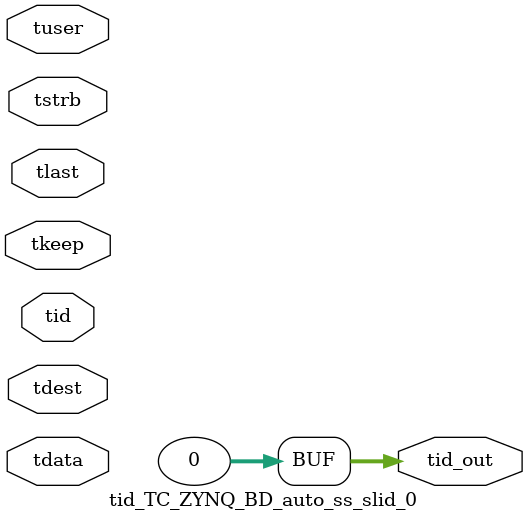
<source format=v>


`timescale 1ps/1ps

module tid_TC_ZYNQ_BD_auto_ss_slid_0 #
(
parameter C_S_AXIS_TID_WIDTH   = 1,
parameter C_S_AXIS_TUSER_WIDTH = 0,
parameter C_S_AXIS_TDATA_WIDTH = 0,
parameter C_S_AXIS_TDEST_WIDTH = 0,
parameter C_M_AXIS_TID_WIDTH   = 32
)
(
input  [(C_S_AXIS_TID_WIDTH   == 0 ? 1 : C_S_AXIS_TID_WIDTH)-1:0       ] tid,
input  [(C_S_AXIS_TDATA_WIDTH == 0 ? 1 : C_S_AXIS_TDATA_WIDTH)-1:0     ] tdata,
input  [(C_S_AXIS_TUSER_WIDTH == 0 ? 1 : C_S_AXIS_TUSER_WIDTH)-1:0     ] tuser,
input  [(C_S_AXIS_TDEST_WIDTH == 0 ? 1 : C_S_AXIS_TDEST_WIDTH)-1:0     ] tdest,
input  [(C_S_AXIS_TDATA_WIDTH/8)-1:0 ] tkeep,
input  [(C_S_AXIS_TDATA_WIDTH/8)-1:0 ] tstrb,
input                                                                    tlast,
output [(C_M_AXIS_TID_WIDTH   == 0 ? 1 : C_M_AXIS_TID_WIDTH)-1:0       ] tid_out
);

assign tid_out = {1'b0};

endmodule


</source>
